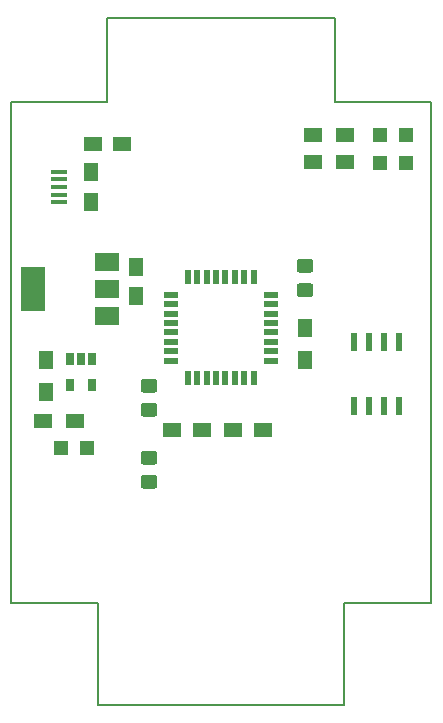
<source format=gbr>
%TF.GenerationSoftware,KiCad,Pcbnew,(5.0.2)-1*%
%TF.CreationDate,2019-05-13T13:04:59+03:00*%
%TF.ProjectId,timer,74696d65-722e-46b6-9963-61645f706362,rev?*%
%TF.SameCoordinates,Original*%
%TF.FileFunction,Paste,Bot*%
%TF.FilePolarity,Positive*%
%FSLAX46Y46*%
G04 Gerber Fmt 4.6, Leading zero omitted, Abs format (unit mm)*
G04 Created by KiCad (PCBNEW (5.0.2)-1) date 13.05.2019 13:04:59*
%MOMM*%
%LPD*%
G01*
G04 APERTURE LIST*
%ADD10C,0.150000*%
%ADD11R,0.600000X1.200000*%
%ADD12R,1.200000X0.600000*%
%ADD13R,1.250000X1.500000*%
%ADD14R,1.500000X1.250000*%
%ADD15R,1.200000X1.200000*%
%ADD16R,1.350000X0.400000*%
%ADD17R,1.300000X1.500000*%
%ADD18R,1.500000X1.300000*%
%ADD19R,2.000000X3.800000*%
%ADD20R,2.000000X1.500000*%
%ADD21R,0.650000X1.060000*%
%ADD22R,0.600000X1.550000*%
%ADD23C,0.100000*%
%ADD24C,1.150000*%
G04 APERTURE END LIST*
D10*
X54102000Y-32004000D02*
X62230000Y-32004000D01*
X54102000Y-24892000D02*
X54102000Y-32004000D01*
X34798000Y-32004000D02*
X34798000Y-24892000D01*
X26670000Y-32004000D02*
X34798000Y-32004000D01*
X62230000Y-74422000D02*
X54864000Y-74422000D01*
X54864000Y-74422000D02*
X54864000Y-83058000D01*
X34036000Y-74422000D02*
X34036000Y-83058000D01*
X26670000Y-74422000D02*
X34036000Y-74422000D01*
X26670000Y-74422000D02*
X26670000Y-32004000D01*
X54864000Y-83058000D02*
X34036000Y-83058000D01*
X62230000Y-32004000D02*
X62230000Y-74422000D01*
X34798000Y-24892000D02*
X54102000Y-24892000D01*
D11*
X47193000Y-55372000D03*
X46393000Y-55372000D03*
X45593000Y-55372000D03*
X44793000Y-55372000D03*
X43993000Y-55372000D03*
X43193000Y-55372000D03*
X42393000Y-55372000D03*
X41593000Y-55372000D03*
D12*
X40143000Y-53922000D03*
X40143000Y-53122000D03*
X40143000Y-52322000D03*
X40143000Y-51522000D03*
X40143000Y-50722000D03*
X40143000Y-49922000D03*
X40143000Y-49122000D03*
X40143000Y-48322000D03*
D11*
X41593000Y-46872000D03*
X42393000Y-46872000D03*
X43193000Y-46872000D03*
X43993000Y-46872000D03*
X44793000Y-46872000D03*
X45593000Y-46872000D03*
X46393000Y-46872000D03*
X47193000Y-46872000D03*
D12*
X48643000Y-48322000D03*
X48643000Y-49122000D03*
X48643000Y-49922000D03*
X48643000Y-50722000D03*
X48643000Y-51522000D03*
X48643000Y-52322000D03*
X48643000Y-53122000D03*
X48643000Y-53922000D03*
D13*
X37211000Y-48474000D03*
X37211000Y-45974000D03*
D14*
X36068000Y-35560000D03*
X33568000Y-35560000D03*
X45466000Y-59817000D03*
X47966000Y-59817000D03*
X42799000Y-59817000D03*
X40299000Y-59817000D03*
D13*
X33401000Y-40473000D03*
X33401000Y-37973000D03*
D15*
X33061000Y-61341000D03*
X30861000Y-61341000D03*
X57912000Y-34798000D03*
X60112000Y-34798000D03*
X57912000Y-37211000D03*
X60112000Y-37211000D03*
D16*
X30734000Y-40513000D03*
X30734000Y-39863000D03*
X30734000Y-39213000D03*
X30734000Y-38563000D03*
X30734000Y-37913000D03*
D17*
X51562000Y-53848000D03*
X51562000Y-51148000D03*
X29591000Y-56548000D03*
X29591000Y-53848000D03*
D18*
X32037000Y-59055000D03*
X29337000Y-59055000D03*
X54897000Y-34798000D03*
X52197000Y-34798000D03*
X54897000Y-37084000D03*
X52197000Y-37084000D03*
D19*
X28498000Y-47865000D03*
D20*
X34798000Y-47865000D03*
X34798000Y-50165000D03*
X34798000Y-45565000D03*
D21*
X31628000Y-53807000D03*
X32578000Y-53807000D03*
X33528000Y-53807000D03*
X33528000Y-56007000D03*
X31628000Y-56007000D03*
D22*
X55712360Y-52336720D03*
X56982360Y-52336720D03*
X58252360Y-52336720D03*
X59522360Y-52336720D03*
X59522360Y-57736720D03*
X58252360Y-57736720D03*
X56982360Y-57736720D03*
X55712360Y-57736720D03*
D23*
G36*
X38787865Y-57510924D02*
X38812133Y-57514524D01*
X38835932Y-57520485D01*
X38859031Y-57528750D01*
X38881210Y-57539240D01*
X38902253Y-57551852D01*
X38921959Y-57566467D01*
X38940137Y-57582943D01*
X38956613Y-57601121D01*
X38971228Y-57620827D01*
X38983840Y-57641870D01*
X38994330Y-57664049D01*
X39002595Y-57687148D01*
X39008556Y-57710947D01*
X39012156Y-57735215D01*
X39013360Y-57759719D01*
X39013360Y-58409721D01*
X39012156Y-58434225D01*
X39008556Y-58458493D01*
X39002595Y-58482292D01*
X38994330Y-58505391D01*
X38983840Y-58527570D01*
X38971228Y-58548613D01*
X38956613Y-58568319D01*
X38940137Y-58586497D01*
X38921959Y-58602973D01*
X38902253Y-58617588D01*
X38881210Y-58630200D01*
X38859031Y-58640690D01*
X38835932Y-58648955D01*
X38812133Y-58654916D01*
X38787865Y-58658516D01*
X38763361Y-58659720D01*
X37863359Y-58659720D01*
X37838855Y-58658516D01*
X37814587Y-58654916D01*
X37790788Y-58648955D01*
X37767689Y-58640690D01*
X37745510Y-58630200D01*
X37724467Y-58617588D01*
X37704761Y-58602973D01*
X37686583Y-58586497D01*
X37670107Y-58568319D01*
X37655492Y-58548613D01*
X37642880Y-58527570D01*
X37632390Y-58505391D01*
X37624125Y-58482292D01*
X37618164Y-58458493D01*
X37614564Y-58434225D01*
X37613360Y-58409721D01*
X37613360Y-57759719D01*
X37614564Y-57735215D01*
X37618164Y-57710947D01*
X37624125Y-57687148D01*
X37632390Y-57664049D01*
X37642880Y-57641870D01*
X37655492Y-57620827D01*
X37670107Y-57601121D01*
X37686583Y-57582943D01*
X37704761Y-57566467D01*
X37724467Y-57551852D01*
X37745510Y-57539240D01*
X37767689Y-57528750D01*
X37790788Y-57520485D01*
X37814587Y-57514524D01*
X37838855Y-57510924D01*
X37863359Y-57509720D01*
X38763361Y-57509720D01*
X38787865Y-57510924D01*
X38787865Y-57510924D01*
G37*
D24*
X38313360Y-58084720D03*
D23*
G36*
X38787865Y-55460924D02*
X38812133Y-55464524D01*
X38835932Y-55470485D01*
X38859031Y-55478750D01*
X38881210Y-55489240D01*
X38902253Y-55501852D01*
X38921959Y-55516467D01*
X38940137Y-55532943D01*
X38956613Y-55551121D01*
X38971228Y-55570827D01*
X38983840Y-55591870D01*
X38994330Y-55614049D01*
X39002595Y-55637148D01*
X39008556Y-55660947D01*
X39012156Y-55685215D01*
X39013360Y-55709719D01*
X39013360Y-56359721D01*
X39012156Y-56384225D01*
X39008556Y-56408493D01*
X39002595Y-56432292D01*
X38994330Y-56455391D01*
X38983840Y-56477570D01*
X38971228Y-56498613D01*
X38956613Y-56518319D01*
X38940137Y-56536497D01*
X38921959Y-56552973D01*
X38902253Y-56567588D01*
X38881210Y-56580200D01*
X38859031Y-56590690D01*
X38835932Y-56598955D01*
X38812133Y-56604916D01*
X38787865Y-56608516D01*
X38763361Y-56609720D01*
X37863359Y-56609720D01*
X37838855Y-56608516D01*
X37814587Y-56604916D01*
X37790788Y-56598955D01*
X37767689Y-56590690D01*
X37745510Y-56580200D01*
X37724467Y-56567588D01*
X37704761Y-56552973D01*
X37686583Y-56536497D01*
X37670107Y-56518319D01*
X37655492Y-56498613D01*
X37642880Y-56477570D01*
X37632390Y-56455391D01*
X37624125Y-56432292D01*
X37618164Y-56408493D01*
X37614564Y-56384225D01*
X37613360Y-56359721D01*
X37613360Y-55709719D01*
X37614564Y-55685215D01*
X37618164Y-55660947D01*
X37624125Y-55637148D01*
X37632390Y-55614049D01*
X37642880Y-55591870D01*
X37655492Y-55570827D01*
X37670107Y-55551121D01*
X37686583Y-55532943D01*
X37704761Y-55516467D01*
X37724467Y-55501852D01*
X37745510Y-55489240D01*
X37767689Y-55478750D01*
X37790788Y-55470485D01*
X37814587Y-55464524D01*
X37838855Y-55460924D01*
X37863359Y-55459720D01*
X38763361Y-55459720D01*
X38787865Y-55460924D01*
X38787865Y-55460924D01*
G37*
D24*
X38313360Y-56034720D03*
D23*
G36*
X38787865Y-61556924D02*
X38812133Y-61560524D01*
X38835932Y-61566485D01*
X38859031Y-61574750D01*
X38881210Y-61585240D01*
X38902253Y-61597852D01*
X38921959Y-61612467D01*
X38940137Y-61628943D01*
X38956613Y-61647121D01*
X38971228Y-61666827D01*
X38983840Y-61687870D01*
X38994330Y-61710049D01*
X39002595Y-61733148D01*
X39008556Y-61756947D01*
X39012156Y-61781215D01*
X39013360Y-61805719D01*
X39013360Y-62455721D01*
X39012156Y-62480225D01*
X39008556Y-62504493D01*
X39002595Y-62528292D01*
X38994330Y-62551391D01*
X38983840Y-62573570D01*
X38971228Y-62594613D01*
X38956613Y-62614319D01*
X38940137Y-62632497D01*
X38921959Y-62648973D01*
X38902253Y-62663588D01*
X38881210Y-62676200D01*
X38859031Y-62686690D01*
X38835932Y-62694955D01*
X38812133Y-62700916D01*
X38787865Y-62704516D01*
X38763361Y-62705720D01*
X37863359Y-62705720D01*
X37838855Y-62704516D01*
X37814587Y-62700916D01*
X37790788Y-62694955D01*
X37767689Y-62686690D01*
X37745510Y-62676200D01*
X37724467Y-62663588D01*
X37704761Y-62648973D01*
X37686583Y-62632497D01*
X37670107Y-62614319D01*
X37655492Y-62594613D01*
X37642880Y-62573570D01*
X37632390Y-62551391D01*
X37624125Y-62528292D01*
X37618164Y-62504493D01*
X37614564Y-62480225D01*
X37613360Y-62455721D01*
X37613360Y-61805719D01*
X37614564Y-61781215D01*
X37618164Y-61756947D01*
X37624125Y-61733148D01*
X37632390Y-61710049D01*
X37642880Y-61687870D01*
X37655492Y-61666827D01*
X37670107Y-61647121D01*
X37686583Y-61628943D01*
X37704761Y-61612467D01*
X37724467Y-61597852D01*
X37745510Y-61585240D01*
X37767689Y-61574750D01*
X37790788Y-61566485D01*
X37814587Y-61560524D01*
X37838855Y-61556924D01*
X37863359Y-61555720D01*
X38763361Y-61555720D01*
X38787865Y-61556924D01*
X38787865Y-61556924D01*
G37*
D24*
X38313360Y-62130720D03*
D23*
G36*
X38787865Y-63606924D02*
X38812133Y-63610524D01*
X38835932Y-63616485D01*
X38859031Y-63624750D01*
X38881210Y-63635240D01*
X38902253Y-63647852D01*
X38921959Y-63662467D01*
X38940137Y-63678943D01*
X38956613Y-63697121D01*
X38971228Y-63716827D01*
X38983840Y-63737870D01*
X38994330Y-63760049D01*
X39002595Y-63783148D01*
X39008556Y-63806947D01*
X39012156Y-63831215D01*
X39013360Y-63855719D01*
X39013360Y-64505721D01*
X39012156Y-64530225D01*
X39008556Y-64554493D01*
X39002595Y-64578292D01*
X38994330Y-64601391D01*
X38983840Y-64623570D01*
X38971228Y-64644613D01*
X38956613Y-64664319D01*
X38940137Y-64682497D01*
X38921959Y-64698973D01*
X38902253Y-64713588D01*
X38881210Y-64726200D01*
X38859031Y-64736690D01*
X38835932Y-64744955D01*
X38812133Y-64750916D01*
X38787865Y-64754516D01*
X38763361Y-64755720D01*
X37863359Y-64755720D01*
X37838855Y-64754516D01*
X37814587Y-64750916D01*
X37790788Y-64744955D01*
X37767689Y-64736690D01*
X37745510Y-64726200D01*
X37724467Y-64713588D01*
X37704761Y-64698973D01*
X37686583Y-64682497D01*
X37670107Y-64664319D01*
X37655492Y-64644613D01*
X37642880Y-64623570D01*
X37632390Y-64601391D01*
X37624125Y-64578292D01*
X37618164Y-64554493D01*
X37614564Y-64530225D01*
X37613360Y-64505721D01*
X37613360Y-63855719D01*
X37614564Y-63831215D01*
X37618164Y-63806947D01*
X37624125Y-63783148D01*
X37632390Y-63760049D01*
X37642880Y-63737870D01*
X37655492Y-63716827D01*
X37670107Y-63697121D01*
X37686583Y-63678943D01*
X37704761Y-63662467D01*
X37724467Y-63647852D01*
X37745510Y-63635240D01*
X37767689Y-63624750D01*
X37790788Y-63616485D01*
X37814587Y-63610524D01*
X37838855Y-63606924D01*
X37863359Y-63605720D01*
X38763361Y-63605720D01*
X38787865Y-63606924D01*
X38787865Y-63606924D01*
G37*
D24*
X38313360Y-64180720D03*
D23*
G36*
X51995865Y-47368924D02*
X52020133Y-47372524D01*
X52043932Y-47378485D01*
X52067031Y-47386750D01*
X52089210Y-47397240D01*
X52110253Y-47409852D01*
X52129959Y-47424467D01*
X52148137Y-47440943D01*
X52164613Y-47459121D01*
X52179228Y-47478827D01*
X52191840Y-47499870D01*
X52202330Y-47522049D01*
X52210595Y-47545148D01*
X52216556Y-47568947D01*
X52220156Y-47593215D01*
X52221360Y-47617719D01*
X52221360Y-48267721D01*
X52220156Y-48292225D01*
X52216556Y-48316493D01*
X52210595Y-48340292D01*
X52202330Y-48363391D01*
X52191840Y-48385570D01*
X52179228Y-48406613D01*
X52164613Y-48426319D01*
X52148137Y-48444497D01*
X52129959Y-48460973D01*
X52110253Y-48475588D01*
X52089210Y-48488200D01*
X52067031Y-48498690D01*
X52043932Y-48506955D01*
X52020133Y-48512916D01*
X51995865Y-48516516D01*
X51971361Y-48517720D01*
X51071359Y-48517720D01*
X51046855Y-48516516D01*
X51022587Y-48512916D01*
X50998788Y-48506955D01*
X50975689Y-48498690D01*
X50953510Y-48488200D01*
X50932467Y-48475588D01*
X50912761Y-48460973D01*
X50894583Y-48444497D01*
X50878107Y-48426319D01*
X50863492Y-48406613D01*
X50850880Y-48385570D01*
X50840390Y-48363391D01*
X50832125Y-48340292D01*
X50826164Y-48316493D01*
X50822564Y-48292225D01*
X50821360Y-48267721D01*
X50821360Y-47617719D01*
X50822564Y-47593215D01*
X50826164Y-47568947D01*
X50832125Y-47545148D01*
X50840390Y-47522049D01*
X50850880Y-47499870D01*
X50863492Y-47478827D01*
X50878107Y-47459121D01*
X50894583Y-47440943D01*
X50912761Y-47424467D01*
X50932467Y-47409852D01*
X50953510Y-47397240D01*
X50975689Y-47386750D01*
X50998788Y-47378485D01*
X51022587Y-47372524D01*
X51046855Y-47368924D01*
X51071359Y-47367720D01*
X51971361Y-47367720D01*
X51995865Y-47368924D01*
X51995865Y-47368924D01*
G37*
D24*
X51521360Y-47942720D03*
D23*
G36*
X51995865Y-45318924D02*
X52020133Y-45322524D01*
X52043932Y-45328485D01*
X52067031Y-45336750D01*
X52089210Y-45347240D01*
X52110253Y-45359852D01*
X52129959Y-45374467D01*
X52148137Y-45390943D01*
X52164613Y-45409121D01*
X52179228Y-45428827D01*
X52191840Y-45449870D01*
X52202330Y-45472049D01*
X52210595Y-45495148D01*
X52216556Y-45518947D01*
X52220156Y-45543215D01*
X52221360Y-45567719D01*
X52221360Y-46217721D01*
X52220156Y-46242225D01*
X52216556Y-46266493D01*
X52210595Y-46290292D01*
X52202330Y-46313391D01*
X52191840Y-46335570D01*
X52179228Y-46356613D01*
X52164613Y-46376319D01*
X52148137Y-46394497D01*
X52129959Y-46410973D01*
X52110253Y-46425588D01*
X52089210Y-46438200D01*
X52067031Y-46448690D01*
X52043932Y-46456955D01*
X52020133Y-46462916D01*
X51995865Y-46466516D01*
X51971361Y-46467720D01*
X51071359Y-46467720D01*
X51046855Y-46466516D01*
X51022587Y-46462916D01*
X50998788Y-46456955D01*
X50975689Y-46448690D01*
X50953510Y-46438200D01*
X50932467Y-46425588D01*
X50912761Y-46410973D01*
X50894583Y-46394497D01*
X50878107Y-46376319D01*
X50863492Y-46356613D01*
X50850880Y-46335570D01*
X50840390Y-46313391D01*
X50832125Y-46290292D01*
X50826164Y-46266493D01*
X50822564Y-46242225D01*
X50821360Y-46217721D01*
X50821360Y-45567719D01*
X50822564Y-45543215D01*
X50826164Y-45518947D01*
X50832125Y-45495148D01*
X50840390Y-45472049D01*
X50850880Y-45449870D01*
X50863492Y-45428827D01*
X50878107Y-45409121D01*
X50894583Y-45390943D01*
X50912761Y-45374467D01*
X50932467Y-45359852D01*
X50953510Y-45347240D01*
X50975689Y-45336750D01*
X50998788Y-45328485D01*
X51022587Y-45322524D01*
X51046855Y-45318924D01*
X51071359Y-45317720D01*
X51971361Y-45317720D01*
X51995865Y-45318924D01*
X51995865Y-45318924D01*
G37*
D24*
X51521360Y-45892720D03*
M02*

</source>
